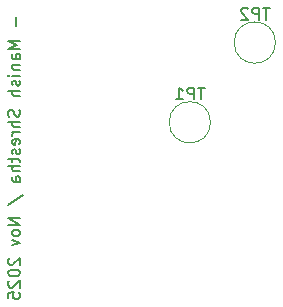
<source format=gbr>
%TF.GenerationSoftware,KiCad,Pcbnew,9.0.4*%
%TF.CreationDate,2025-11-21T01:18:50-06:00*%
%TF.ProjectId,LV Sensor,4c562053-656e-4736-9f72-2e6b69636164,rev?*%
%TF.SameCoordinates,Original*%
%TF.FileFunction,Legend,Bot*%
%TF.FilePolarity,Positive*%
%FSLAX46Y46*%
G04 Gerber Fmt 4.6, Leading zero omitted, Abs format (unit mm)*
G04 Created by KiCad (PCBNEW 9.0.4) date 2025-11-21 01:18:50*
%MOMM*%
%LPD*%
G01*
G04 APERTURE LIST*
%ADD10C,0.150000*%
%ADD11C,0.120000*%
G04 APERTURE END LIST*
D10*
X159738866Y-64836779D02*
X159738866Y-65598684D01*
X160119819Y-66836779D02*
X159119819Y-66836779D01*
X159119819Y-66836779D02*
X159834104Y-67170112D01*
X159834104Y-67170112D02*
X159119819Y-67503445D01*
X159119819Y-67503445D02*
X160119819Y-67503445D01*
X160119819Y-68408207D02*
X159596009Y-68408207D01*
X159596009Y-68408207D02*
X159500771Y-68360588D01*
X159500771Y-68360588D02*
X159453152Y-68265350D01*
X159453152Y-68265350D02*
X159453152Y-68074874D01*
X159453152Y-68074874D02*
X159500771Y-67979636D01*
X160072200Y-68408207D02*
X160119819Y-68312969D01*
X160119819Y-68312969D02*
X160119819Y-68074874D01*
X160119819Y-68074874D02*
X160072200Y-67979636D01*
X160072200Y-67979636D02*
X159976961Y-67932017D01*
X159976961Y-67932017D02*
X159881723Y-67932017D01*
X159881723Y-67932017D02*
X159786485Y-67979636D01*
X159786485Y-67979636D02*
X159738866Y-68074874D01*
X159738866Y-68074874D02*
X159738866Y-68312969D01*
X159738866Y-68312969D02*
X159691247Y-68408207D01*
X159453152Y-68884398D02*
X160119819Y-68884398D01*
X159548390Y-68884398D02*
X159500771Y-68932017D01*
X159500771Y-68932017D02*
X159453152Y-69027255D01*
X159453152Y-69027255D02*
X159453152Y-69170112D01*
X159453152Y-69170112D02*
X159500771Y-69265350D01*
X159500771Y-69265350D02*
X159596009Y-69312969D01*
X159596009Y-69312969D02*
X160119819Y-69312969D01*
X160119819Y-69789160D02*
X159453152Y-69789160D01*
X159119819Y-69789160D02*
X159167438Y-69741541D01*
X159167438Y-69741541D02*
X159215057Y-69789160D01*
X159215057Y-69789160D02*
X159167438Y-69836779D01*
X159167438Y-69836779D02*
X159119819Y-69789160D01*
X159119819Y-69789160D02*
X159215057Y-69789160D01*
X160072200Y-70217731D02*
X160119819Y-70312969D01*
X160119819Y-70312969D02*
X160119819Y-70503445D01*
X160119819Y-70503445D02*
X160072200Y-70598683D01*
X160072200Y-70598683D02*
X159976961Y-70646302D01*
X159976961Y-70646302D02*
X159929342Y-70646302D01*
X159929342Y-70646302D02*
X159834104Y-70598683D01*
X159834104Y-70598683D02*
X159786485Y-70503445D01*
X159786485Y-70503445D02*
X159786485Y-70360588D01*
X159786485Y-70360588D02*
X159738866Y-70265350D01*
X159738866Y-70265350D02*
X159643628Y-70217731D01*
X159643628Y-70217731D02*
X159596009Y-70217731D01*
X159596009Y-70217731D02*
X159500771Y-70265350D01*
X159500771Y-70265350D02*
X159453152Y-70360588D01*
X159453152Y-70360588D02*
X159453152Y-70503445D01*
X159453152Y-70503445D02*
X159500771Y-70598683D01*
X160119819Y-71074874D02*
X159119819Y-71074874D01*
X160119819Y-71503445D02*
X159596009Y-71503445D01*
X159596009Y-71503445D02*
X159500771Y-71455826D01*
X159500771Y-71455826D02*
X159453152Y-71360588D01*
X159453152Y-71360588D02*
X159453152Y-71217731D01*
X159453152Y-71217731D02*
X159500771Y-71122493D01*
X159500771Y-71122493D02*
X159548390Y-71074874D01*
X160072200Y-72693922D02*
X160119819Y-72836779D01*
X160119819Y-72836779D02*
X160119819Y-73074874D01*
X160119819Y-73074874D02*
X160072200Y-73170112D01*
X160072200Y-73170112D02*
X160024580Y-73217731D01*
X160024580Y-73217731D02*
X159929342Y-73265350D01*
X159929342Y-73265350D02*
X159834104Y-73265350D01*
X159834104Y-73265350D02*
X159738866Y-73217731D01*
X159738866Y-73217731D02*
X159691247Y-73170112D01*
X159691247Y-73170112D02*
X159643628Y-73074874D01*
X159643628Y-73074874D02*
X159596009Y-72884398D01*
X159596009Y-72884398D02*
X159548390Y-72789160D01*
X159548390Y-72789160D02*
X159500771Y-72741541D01*
X159500771Y-72741541D02*
X159405533Y-72693922D01*
X159405533Y-72693922D02*
X159310295Y-72693922D01*
X159310295Y-72693922D02*
X159215057Y-72741541D01*
X159215057Y-72741541D02*
X159167438Y-72789160D01*
X159167438Y-72789160D02*
X159119819Y-72884398D01*
X159119819Y-72884398D02*
X159119819Y-73122493D01*
X159119819Y-73122493D02*
X159167438Y-73265350D01*
X160119819Y-73693922D02*
X159119819Y-73693922D01*
X160119819Y-74122493D02*
X159596009Y-74122493D01*
X159596009Y-74122493D02*
X159500771Y-74074874D01*
X159500771Y-74074874D02*
X159453152Y-73979636D01*
X159453152Y-73979636D02*
X159453152Y-73836779D01*
X159453152Y-73836779D02*
X159500771Y-73741541D01*
X159500771Y-73741541D02*
X159548390Y-73693922D01*
X160119819Y-74598684D02*
X159453152Y-74598684D01*
X159643628Y-74598684D02*
X159548390Y-74646303D01*
X159548390Y-74646303D02*
X159500771Y-74693922D01*
X159500771Y-74693922D02*
X159453152Y-74789160D01*
X159453152Y-74789160D02*
X159453152Y-74884398D01*
X160072200Y-75598684D02*
X160119819Y-75503446D01*
X160119819Y-75503446D02*
X160119819Y-75312970D01*
X160119819Y-75312970D02*
X160072200Y-75217732D01*
X160072200Y-75217732D02*
X159976961Y-75170113D01*
X159976961Y-75170113D02*
X159596009Y-75170113D01*
X159596009Y-75170113D02*
X159500771Y-75217732D01*
X159500771Y-75217732D02*
X159453152Y-75312970D01*
X159453152Y-75312970D02*
X159453152Y-75503446D01*
X159453152Y-75503446D02*
X159500771Y-75598684D01*
X159500771Y-75598684D02*
X159596009Y-75646303D01*
X159596009Y-75646303D02*
X159691247Y-75646303D01*
X159691247Y-75646303D02*
X159786485Y-75170113D01*
X160072200Y-76027256D02*
X160119819Y-76122494D01*
X160119819Y-76122494D02*
X160119819Y-76312970D01*
X160119819Y-76312970D02*
X160072200Y-76408208D01*
X160072200Y-76408208D02*
X159976961Y-76455827D01*
X159976961Y-76455827D02*
X159929342Y-76455827D01*
X159929342Y-76455827D02*
X159834104Y-76408208D01*
X159834104Y-76408208D02*
X159786485Y-76312970D01*
X159786485Y-76312970D02*
X159786485Y-76170113D01*
X159786485Y-76170113D02*
X159738866Y-76074875D01*
X159738866Y-76074875D02*
X159643628Y-76027256D01*
X159643628Y-76027256D02*
X159596009Y-76027256D01*
X159596009Y-76027256D02*
X159500771Y-76074875D01*
X159500771Y-76074875D02*
X159453152Y-76170113D01*
X159453152Y-76170113D02*
X159453152Y-76312970D01*
X159453152Y-76312970D02*
X159500771Y-76408208D01*
X159453152Y-76741542D02*
X159453152Y-77122494D01*
X159119819Y-76884399D02*
X159976961Y-76884399D01*
X159976961Y-76884399D02*
X160072200Y-76932018D01*
X160072200Y-76932018D02*
X160119819Y-77027256D01*
X160119819Y-77027256D02*
X160119819Y-77122494D01*
X160119819Y-77455828D02*
X159119819Y-77455828D01*
X160119819Y-77884399D02*
X159596009Y-77884399D01*
X159596009Y-77884399D02*
X159500771Y-77836780D01*
X159500771Y-77836780D02*
X159453152Y-77741542D01*
X159453152Y-77741542D02*
X159453152Y-77598685D01*
X159453152Y-77598685D02*
X159500771Y-77503447D01*
X159500771Y-77503447D02*
X159548390Y-77455828D01*
X160119819Y-78789161D02*
X159596009Y-78789161D01*
X159596009Y-78789161D02*
X159500771Y-78741542D01*
X159500771Y-78741542D02*
X159453152Y-78646304D01*
X159453152Y-78646304D02*
X159453152Y-78455828D01*
X159453152Y-78455828D02*
X159500771Y-78360590D01*
X160072200Y-78789161D02*
X160119819Y-78693923D01*
X160119819Y-78693923D02*
X160119819Y-78455828D01*
X160119819Y-78455828D02*
X160072200Y-78360590D01*
X160072200Y-78360590D02*
X159976961Y-78312971D01*
X159976961Y-78312971D02*
X159881723Y-78312971D01*
X159881723Y-78312971D02*
X159786485Y-78360590D01*
X159786485Y-78360590D02*
X159738866Y-78455828D01*
X159738866Y-78455828D02*
X159738866Y-78693923D01*
X159738866Y-78693923D02*
X159691247Y-78789161D01*
X159072200Y-80741542D02*
X160357914Y-79884400D01*
X160119819Y-81836781D02*
X159119819Y-81836781D01*
X159119819Y-81836781D02*
X160119819Y-82408209D01*
X160119819Y-82408209D02*
X159119819Y-82408209D01*
X160119819Y-83027257D02*
X160072200Y-82932019D01*
X160072200Y-82932019D02*
X160024580Y-82884400D01*
X160024580Y-82884400D02*
X159929342Y-82836781D01*
X159929342Y-82836781D02*
X159643628Y-82836781D01*
X159643628Y-82836781D02*
X159548390Y-82884400D01*
X159548390Y-82884400D02*
X159500771Y-82932019D01*
X159500771Y-82932019D02*
X159453152Y-83027257D01*
X159453152Y-83027257D02*
X159453152Y-83170114D01*
X159453152Y-83170114D02*
X159500771Y-83265352D01*
X159500771Y-83265352D02*
X159548390Y-83312971D01*
X159548390Y-83312971D02*
X159643628Y-83360590D01*
X159643628Y-83360590D02*
X159929342Y-83360590D01*
X159929342Y-83360590D02*
X160024580Y-83312971D01*
X160024580Y-83312971D02*
X160072200Y-83265352D01*
X160072200Y-83265352D02*
X160119819Y-83170114D01*
X160119819Y-83170114D02*
X160119819Y-83027257D01*
X159453152Y-83693924D02*
X160119819Y-83932019D01*
X160119819Y-83932019D02*
X159453152Y-84170114D01*
X159215057Y-85265353D02*
X159167438Y-85312972D01*
X159167438Y-85312972D02*
X159119819Y-85408210D01*
X159119819Y-85408210D02*
X159119819Y-85646305D01*
X159119819Y-85646305D02*
X159167438Y-85741543D01*
X159167438Y-85741543D02*
X159215057Y-85789162D01*
X159215057Y-85789162D02*
X159310295Y-85836781D01*
X159310295Y-85836781D02*
X159405533Y-85836781D01*
X159405533Y-85836781D02*
X159548390Y-85789162D01*
X159548390Y-85789162D02*
X160119819Y-85217734D01*
X160119819Y-85217734D02*
X160119819Y-85836781D01*
X159119819Y-86455829D02*
X159119819Y-86551067D01*
X159119819Y-86551067D02*
X159167438Y-86646305D01*
X159167438Y-86646305D02*
X159215057Y-86693924D01*
X159215057Y-86693924D02*
X159310295Y-86741543D01*
X159310295Y-86741543D02*
X159500771Y-86789162D01*
X159500771Y-86789162D02*
X159738866Y-86789162D01*
X159738866Y-86789162D02*
X159929342Y-86741543D01*
X159929342Y-86741543D02*
X160024580Y-86693924D01*
X160024580Y-86693924D02*
X160072200Y-86646305D01*
X160072200Y-86646305D02*
X160119819Y-86551067D01*
X160119819Y-86551067D02*
X160119819Y-86455829D01*
X160119819Y-86455829D02*
X160072200Y-86360591D01*
X160072200Y-86360591D02*
X160024580Y-86312972D01*
X160024580Y-86312972D02*
X159929342Y-86265353D01*
X159929342Y-86265353D02*
X159738866Y-86217734D01*
X159738866Y-86217734D02*
X159500771Y-86217734D01*
X159500771Y-86217734D02*
X159310295Y-86265353D01*
X159310295Y-86265353D02*
X159215057Y-86312972D01*
X159215057Y-86312972D02*
X159167438Y-86360591D01*
X159167438Y-86360591D02*
X159119819Y-86455829D01*
X159215057Y-87170115D02*
X159167438Y-87217734D01*
X159167438Y-87217734D02*
X159119819Y-87312972D01*
X159119819Y-87312972D02*
X159119819Y-87551067D01*
X159119819Y-87551067D02*
X159167438Y-87646305D01*
X159167438Y-87646305D02*
X159215057Y-87693924D01*
X159215057Y-87693924D02*
X159310295Y-87741543D01*
X159310295Y-87741543D02*
X159405533Y-87741543D01*
X159405533Y-87741543D02*
X159548390Y-87693924D01*
X159548390Y-87693924D02*
X160119819Y-87122496D01*
X160119819Y-87122496D02*
X160119819Y-87741543D01*
X159119819Y-88646305D02*
X159119819Y-88170115D01*
X159119819Y-88170115D02*
X159596009Y-88122496D01*
X159596009Y-88122496D02*
X159548390Y-88170115D01*
X159548390Y-88170115D02*
X159500771Y-88265353D01*
X159500771Y-88265353D02*
X159500771Y-88503448D01*
X159500771Y-88503448D02*
X159548390Y-88598686D01*
X159548390Y-88598686D02*
X159596009Y-88646305D01*
X159596009Y-88646305D02*
X159691247Y-88693924D01*
X159691247Y-88693924D02*
X159929342Y-88693924D01*
X159929342Y-88693924D02*
X160024580Y-88646305D01*
X160024580Y-88646305D02*
X160072200Y-88598686D01*
X160072200Y-88598686D02*
X160119819Y-88503448D01*
X160119819Y-88503448D02*
X160119819Y-88265353D01*
X160119819Y-88265353D02*
X160072200Y-88170115D01*
X160072200Y-88170115D02*
X160024580Y-88122496D01*
X181261904Y-64056819D02*
X180690476Y-64056819D01*
X180976190Y-65056819D02*
X180976190Y-64056819D01*
X180357142Y-65056819D02*
X180357142Y-64056819D01*
X180357142Y-64056819D02*
X179976190Y-64056819D01*
X179976190Y-64056819D02*
X179880952Y-64104438D01*
X179880952Y-64104438D02*
X179833333Y-64152057D01*
X179833333Y-64152057D02*
X179785714Y-64247295D01*
X179785714Y-64247295D02*
X179785714Y-64390152D01*
X179785714Y-64390152D02*
X179833333Y-64485390D01*
X179833333Y-64485390D02*
X179880952Y-64533009D01*
X179880952Y-64533009D02*
X179976190Y-64580628D01*
X179976190Y-64580628D02*
X180357142Y-64580628D01*
X179404761Y-64152057D02*
X179357142Y-64104438D01*
X179357142Y-64104438D02*
X179261904Y-64056819D01*
X179261904Y-64056819D02*
X179023809Y-64056819D01*
X179023809Y-64056819D02*
X178928571Y-64104438D01*
X178928571Y-64104438D02*
X178880952Y-64152057D01*
X178880952Y-64152057D02*
X178833333Y-64247295D01*
X178833333Y-64247295D02*
X178833333Y-64342533D01*
X178833333Y-64342533D02*
X178880952Y-64485390D01*
X178880952Y-64485390D02*
X179452380Y-65056819D01*
X179452380Y-65056819D02*
X178833333Y-65056819D01*
X175761904Y-70806819D02*
X175190476Y-70806819D01*
X175476190Y-71806819D02*
X175476190Y-70806819D01*
X174857142Y-71806819D02*
X174857142Y-70806819D01*
X174857142Y-70806819D02*
X174476190Y-70806819D01*
X174476190Y-70806819D02*
X174380952Y-70854438D01*
X174380952Y-70854438D02*
X174333333Y-70902057D01*
X174333333Y-70902057D02*
X174285714Y-70997295D01*
X174285714Y-70997295D02*
X174285714Y-71140152D01*
X174285714Y-71140152D02*
X174333333Y-71235390D01*
X174333333Y-71235390D02*
X174380952Y-71283009D01*
X174380952Y-71283009D02*
X174476190Y-71330628D01*
X174476190Y-71330628D02*
X174857142Y-71330628D01*
X173333333Y-71806819D02*
X173904761Y-71806819D01*
X173619047Y-71806819D02*
X173619047Y-70806819D01*
X173619047Y-70806819D02*
X173714285Y-70949676D01*
X173714285Y-70949676D02*
X173809523Y-71044914D01*
X173809523Y-71044914D02*
X173904761Y-71092533D01*
D11*
%TO.C,TP2*%
X181750000Y-67000000D02*
G75*
G02*
X178250000Y-67000000I-1750000J0D01*
G01*
X178250000Y-67000000D02*
G75*
G02*
X181750000Y-67000000I1750000J0D01*
G01*
%TO.C,TP1*%
X176250000Y-73750000D02*
G75*
G02*
X172750000Y-73750000I-1750000J0D01*
G01*
X172750000Y-73750000D02*
G75*
G02*
X176250000Y-73750000I1750000J0D01*
G01*
%TD*%
M02*

</source>
